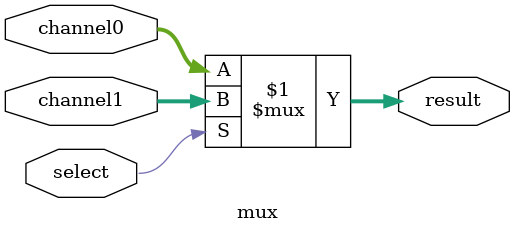
<source format=sv>
module mux #(
    parameter       DATA_WIDTH = 32
)(
    input logic [DATA_WIDTH-1:0]        channel0,
    input logic [DATA_WIDTH-1:0]        channel1,
    input logic                         select,

    output logic [DATA_WIDTH-1:0]        result
);

assign result = select ? channel1 : channel0;

endmodule

</source>
